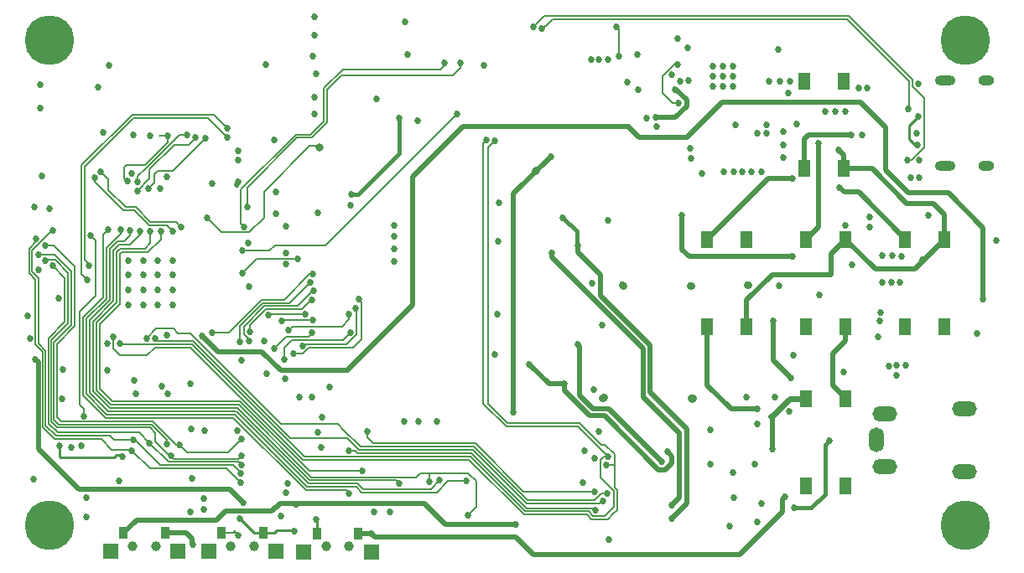
<source format=gtl>
%TF.GenerationSoftware,KiCad,Pcbnew,7.0.2-6a45011f42~172~ubuntu22.04.1*%
%TF.CreationDate,2023-05-03T22:42:28+03:00*%
%TF.ProjectId,mp3_test_board,6d70335f-7465-4737-945f-626f6172642e,rev?*%
%TF.SameCoordinates,Original*%
%TF.FileFunction,Copper,L1,Top*%
%TF.FilePolarity,Positive*%
%FSLAX46Y46*%
G04 Gerber Fmt 4.6, Leading zero omitted, Abs format (unit mm)*
G04 Created by KiCad (PCBNEW 7.0.2-6a45011f42~172~ubuntu22.04.1) date 2023-05-03 22:42:28*
%MOMM*%
%LPD*%
G01*
G04 APERTURE LIST*
%TA.AperFunction,ComponentPad*%
%ADD10C,1.000000*%
%TD*%
%TA.AperFunction,SMDPad,CuDef*%
%ADD11R,0.900000X1.200000*%
%TD*%
%TA.AperFunction,SMDPad,CuDef*%
%ADD12R,1.500000X1.500000*%
%TD*%
%TA.AperFunction,SMDPad,CuDef*%
%ADD13R,1.300000X1.800000*%
%TD*%
%TA.AperFunction,ComponentPad*%
%ADD14C,0.800000*%
%TD*%
%TA.AperFunction,ComponentPad*%
%ADD15C,5.000000*%
%TD*%
%TA.AperFunction,ComponentPad*%
%ADD16O,1.500000X2.500000*%
%TD*%
%TA.AperFunction,ComponentPad*%
%ADD17O,2.500000X1.500000*%
%TD*%
%TA.AperFunction,ComponentPad*%
%ADD18O,1.600000X1.000000*%
%TD*%
%TA.AperFunction,ComponentPad*%
%ADD19O,2.100000X1.000000*%
%TD*%
%TA.AperFunction,ViaPad*%
%ADD20C,0.685800*%
%TD*%
%TA.AperFunction,ViaPad*%
%ADD21C,0.800000*%
%TD*%
%TA.AperFunction,Conductor*%
%ADD22C,0.508000*%
%TD*%
%TA.AperFunction,Conductor*%
%ADD23C,0.127000*%
%TD*%
%TA.AperFunction,Conductor*%
%ADD24C,0.800000*%
%TD*%
%TA.AperFunction,Conductor*%
%ADD25C,0.250000*%
%TD*%
%TA.AperFunction,Conductor*%
%ADD26C,0.400000*%
%TD*%
%TA.AperFunction,Conductor*%
%ADD27C,0.600000*%
%TD*%
G04 APERTURE END LIST*
D10*
%TO.P,SW7,*%
%TO.N,*%
X110150000Y-97852500D03*
X107850000Y-97852500D03*
D11*
%TO.P,SW7,1,1*%
%TO.N,Net-(R7-Pad1)*%
X111100000Y-96552500D03*
%TO.P,SW7,2,2*%
%TO.N,GND*%
X106900000Y-96552500D03*
D12*
%TO.P,SW7,3*%
%TO.N,N/C*%
X112400000Y-98392500D03*
%TO.P,SW7,4*%
X105600000Y-98392500D03*
%TD*%
D13*
%TO.P,SW1,1,1*%
%TO.N,Net-(R10-Pad2)*%
X146300000Y-75600000D03*
%TO.P,SW1,2,2*%
X146300000Y-66800000D03*
%TO.P,SW1,3,K*%
%TO.N,GND*%
X150300000Y-75600000D03*
%TO.P,SW1,4,A*%
%TO.N,unconnected-(SW1-Pad4)*%
X150300000Y-66800000D03*
%TD*%
D10*
%TO.P,SW6,*%
%TO.N,*%
X100550000Y-97780000D03*
X98250000Y-97780000D03*
D11*
%TO.P,SW6,1,1*%
%TO.N,/SOC/KEYS*%
X101500000Y-96480000D03*
%TO.P,SW6,2,2*%
%TO.N,GND*%
X97300000Y-96480000D03*
D12*
%TO.P,SW6,3*%
%TO.N,N/C*%
X102800000Y-98320000D03*
%TO.P,SW6,4*%
X96000000Y-98320000D03*
%TD*%
D14*
%TO.P,H4,1*%
%TO.N,N/C*%
X170525000Y-46700000D03*
X171074175Y-45374175D03*
X171074175Y-48025825D03*
X172400000Y-44825000D03*
D15*
X172400000Y-46700000D03*
D14*
X172400000Y-48575000D03*
X173725825Y-45374175D03*
X173725825Y-48025825D03*
X174275000Y-46700000D03*
%TD*%
%TO.P,H2,1*%
%TO.N,N/C*%
X78025000Y-46700000D03*
X78574175Y-45374175D03*
X78574175Y-48025825D03*
X79900000Y-44825000D03*
D15*
X79900000Y-46700000D03*
D14*
X79900000Y-48575000D03*
X81225825Y-45374175D03*
X81225825Y-48025825D03*
X81775000Y-46700000D03*
%TD*%
%TO.P,H1,1*%
%TO.N,N/C*%
X78025000Y-95700000D03*
X78574175Y-94374175D03*
X78574175Y-97025825D03*
X79900000Y-93825000D03*
D15*
X79900000Y-95700000D03*
D14*
X79900000Y-97575000D03*
X81225825Y-94374175D03*
X81225825Y-97025825D03*
X81775000Y-95700000D03*
%TD*%
D13*
%TO.P,SW3,1,1*%
%TO.N,Net-(R10-Pad1)*%
X156300000Y-91700000D03*
%TO.P,SW3,2,2*%
X156300000Y-82900000D03*
%TO.P,SW3,3,K*%
%TO.N,GND*%
X160300000Y-91700000D03*
%TO.P,SW3,4,A*%
%TO.N,unconnected-(SW3-Pad4)*%
X160300000Y-82900000D03*
%TD*%
%TO.P,SW2,1,1*%
%TO.N,Net-(R12-Pad2)*%
X166300000Y-75600000D03*
%TO.P,SW2,2,2*%
X166300000Y-66800000D03*
%TO.P,SW2,3,K*%
%TO.N,GND*%
X170300000Y-75600000D03*
%TO.P,SW2,4,A*%
X170300000Y-66800000D03*
%TD*%
D10*
%TO.P,SW8,*%
%TO.N,*%
X90650000Y-97780000D03*
X88350000Y-97780000D03*
D11*
%TO.P,SW8,1,1*%
%TO.N,GND*%
X91600000Y-96480000D03*
%TO.P,SW8,2,2*%
%TO.N,Net-(D12-Pad1)*%
X87400000Y-96480000D03*
D12*
%TO.P,SW8,3*%
%TO.N,N/C*%
X92900000Y-98320000D03*
%TO.P,SW8,4*%
X86100000Y-98320000D03*
%TD*%
D14*
%TO.P,H3,1*%
%TO.N,N/C*%
X170525000Y-95700000D03*
X171074175Y-94374175D03*
X171074175Y-97025825D03*
X172400000Y-93825000D03*
D15*
X172400000Y-95700000D03*
D14*
X172400000Y-97575000D03*
X173725825Y-94374175D03*
X173725825Y-97025825D03*
X174275000Y-95700000D03*
%TD*%
D13*
%TO.P,SW4,1,1*%
%TO.N,Net-(R13-Pad2)*%
X156100000Y-59600000D03*
%TO.P,SW4,2,2*%
X156100000Y-50800000D03*
%TO.P,SW4,3,K*%
%TO.N,GND*%
X160100000Y-59600000D03*
%TO.P,SW4,4,A*%
X160100000Y-50800000D03*
%TD*%
%TO.P,SW5,1,1*%
%TO.N,Net-(R11-Pad2)*%
X156300000Y-75600000D03*
%TO.P,SW5,2,2*%
X156300000Y-66800000D03*
%TO.P,SW5,3,K*%
%TO.N,GND*%
X160300000Y-75600000D03*
%TO.P,SW5,4,A*%
X160300000Y-66800000D03*
%TD*%
D16*
%TO.P,J2,1,1*%
%TO.N,GND*%
X163395000Y-87100000D03*
D17*
%TO.P,J2,2,2*%
%TO.N,unconnected-(J2-Pad2)*%
X164295000Y-84450000D03*
%TO.P,J2,3,3*%
%TO.N,Net-(D10-Pad2)*%
X172295000Y-90300000D03*
X172295000Y-83900000D03*
%TO.P,J2,4,4*%
%TO.N,Net-(D9-Pad2)*%
X164295000Y-89750000D03*
%TD*%
D18*
%TO.P,P2,S1,SHIELD*%
%TO.N,GND*%
X174505000Y-50750000D03*
D19*
X170325000Y-50750000D03*
D18*
X174505000Y-59390000D03*
D19*
X170325000Y-59390000D03*
%TD*%
D20*
%TO.N,+3V3*%
X133961747Y-88173555D03*
X107042700Y-64123938D03*
X94301140Y-90939455D03*
X84800000Y-51400000D03*
X154722700Y-50803938D03*
X83641747Y-92880055D03*
X152550000Y-50800000D03*
X103721408Y-80873216D03*
X139260000Y-48100000D03*
X102800000Y-64200000D03*
X112946020Y-52603980D03*
X94190000Y-81420000D03*
X91780000Y-60500000D03*
X96371564Y-61171564D03*
X101862358Y-80364166D03*
X119011747Y-85198555D03*
X153689132Y-50800000D03*
X115741747Y-85189949D03*
X110363806Y-63391630D03*
X88461747Y-81043555D03*
X153689132Y-50800000D03*
X79905000Y-63695000D03*
X136425747Y-97171555D03*
X154533762Y-51995000D03*
X103806445Y-92393555D03*
%TO.N,GND*%
X151807700Y-93478938D03*
X87870000Y-70420000D03*
X117082700Y-54803938D03*
X90870000Y-68920000D03*
X95531747Y-94063555D03*
X98942700Y-58783938D03*
X103301747Y-94783555D03*
X79030000Y-53570000D03*
X79203364Y-60413938D03*
X148900000Y-49300000D03*
X164032700Y-71143938D03*
X83640000Y-94830000D03*
X78812700Y-69833938D03*
X81182900Y-82920000D03*
X88208280Y-60143328D03*
X153991747Y-55863555D03*
X163570000Y-76630000D03*
X148900000Y-50300000D03*
X94161747Y-94373555D03*
X167732462Y-58793700D03*
X114740000Y-68990000D03*
X134950400Y-88922876D03*
X90870000Y-73420000D03*
X151411747Y-85487555D03*
X154010000Y-57300000D03*
X98942700Y-57873938D03*
X138243761Y-50924999D03*
X173601638Y-76325000D03*
X83141747Y-87650555D03*
X175500000Y-66900000D03*
X106672700Y-44293938D03*
X114740000Y-66520000D03*
X150800000Y-60000000D03*
X77992327Y-76792387D03*
X137750000Y-71400421D03*
X112670000Y-94310000D03*
X106660000Y-54090000D03*
X151800000Y-60000000D03*
X114730000Y-67750000D03*
X90870000Y-70420000D03*
X167665900Y-51100000D03*
X161672700Y-51513938D03*
X162482700Y-51533938D03*
X135878600Y-82725370D03*
X165934700Y-68513938D03*
X87870000Y-71920000D03*
X135750000Y-75425000D03*
X149000000Y-60000000D03*
X148900000Y-51300000D03*
X92370000Y-73420000D03*
X92370000Y-70420000D03*
X164012700Y-68433938D03*
X116058762Y-48100000D03*
X164972700Y-71143938D03*
X146900000Y-49300000D03*
X124900000Y-78386638D03*
X165032700Y-68463938D03*
X160992700Y-69373938D03*
X105166842Y-82718650D03*
X88665115Y-82395115D03*
X106860000Y-50040000D03*
X87870000Y-68920000D03*
X146900000Y-51300000D03*
X106421747Y-82719150D03*
X114341747Y-94318555D03*
X103802700Y-69303938D03*
X90870000Y-71920000D03*
X91880000Y-82440000D03*
X79000000Y-51200000D03*
X160100500Y-80200000D03*
X123800000Y-49200000D03*
X103782700Y-65463938D03*
X102620000Y-56730000D03*
X103782700Y-68153938D03*
X77738032Y-74522857D03*
X147900000Y-51300000D03*
X92370000Y-71920000D03*
X144800000Y-82875000D03*
X155330000Y-55110000D03*
X153175000Y-82775000D03*
X168035500Y-68853938D03*
X106830000Y-95120000D03*
X146900000Y-50300000D03*
X139400000Y-51700000D03*
X78420000Y-63540000D03*
X125235000Y-66956238D03*
X99020000Y-96676555D03*
X168700000Y-64400000D03*
X106721747Y-46203555D03*
X87870000Y-73420000D03*
X108210000Y-81740000D03*
X135409747Y-86249555D03*
X89370000Y-70420000D03*
X162000000Y-56200000D03*
X86944149Y-91229149D03*
X151157747Y-89551555D03*
X150300000Y-82775000D03*
X135412700Y-48653938D03*
X149900000Y-60000000D03*
X133771747Y-91403555D03*
X153600000Y-71500000D03*
X165772700Y-71153938D03*
X159582700Y-57773938D03*
X148000000Y-60000000D03*
X147900000Y-49300000D03*
X82091747Y-87803555D03*
X143381747Y-46533555D03*
X101746200Y-49146200D03*
X106542700Y-48243938D03*
X136325000Y-64910000D03*
X94231747Y-85963555D03*
X78321747Y-91071745D03*
X85921400Y-49200000D03*
X89370000Y-73420000D03*
X115804381Y-44795619D03*
X95501747Y-92962400D03*
X147900000Y-50300000D03*
X136292700Y-48663938D03*
X151411747Y-95393555D03*
X85371747Y-56023555D03*
X101625371Y-77086891D03*
X103950000Y-91430000D03*
X114740000Y-65400000D03*
X117201747Y-85189949D03*
X134592700Y-48633938D03*
X146607700Y-89478938D03*
X150335000Y-71420000D03*
X107420000Y-84814155D03*
X94420000Y-97680000D03*
X163570000Y-76630000D03*
X89370000Y-68920000D03*
X85747828Y-77291808D03*
X154040967Y-58498576D03*
X106700000Y-52410000D03*
X144625000Y-71450000D03*
X102800000Y-62000000D03*
X89370000Y-71920000D03*
X92370000Y-68920000D03*
%TO.N,+1V8A*%
X99339147Y-79018736D03*
X85745602Y-80066863D03*
X91140719Y-61659100D03*
%TO.N,Net-(C5-Pad2)*%
X84467800Y-60592797D03*
X92388385Y-65976917D03*
%TO.N,Net-(C6-Pad2)*%
X85057836Y-59932782D03*
X93201747Y-65563555D03*
%TO.N,VBUS*%
X159252700Y-53873938D03*
X160242700Y-53873938D03*
X167472700Y-56093938D03*
X158232700Y-53893938D03*
X142764970Y-50111861D03*
%TO.N,+5VA*%
X157682100Y-72403600D03*
X148607700Y-95752276D03*
X162760000Y-65540000D03*
X134750000Y-71200000D03*
X163800000Y-74190000D03*
X149007700Y-92878938D03*
X154582700Y-84153938D03*
X146607700Y-86078938D03*
X163790000Y-75020000D03*
X134836200Y-82000000D03*
X148907700Y-90378938D03*
X162760000Y-64552141D03*
%TO.N,-5VA*%
X164651747Y-79583555D03*
X165452700Y-80523938D03*
X166402700Y-79553938D03*
X165472700Y-79533938D03*
X125154539Y-74382100D03*
X160290000Y-65350000D03*
X155050000Y-78550000D03*
X125300000Y-63075000D03*
%TO.N,Net-(C61-Pad1)*%
X141224102Y-55432536D03*
X143106209Y-51662961D03*
X140212700Y-54513938D03*
X141150000Y-54500000D03*
%TO.N,Net-(R53-Pad1)*%
X99400000Y-70200000D03*
X104972700Y-68753938D03*
%TO.N,VCC*%
X166902700Y-60563938D03*
X153512700Y-47633938D03*
X149182700Y-55203938D03*
X143627329Y-50783774D03*
X167702700Y-60563938D03*
X151411747Y-56093938D03*
X152312700Y-55233938D03*
X144439288Y-50765514D03*
X152302700Y-56053938D03*
%TO.N,/SOC/SDC_D1*%
X88430000Y-56220000D03*
%TO.N,/SOC/SDC_D0*%
X90103854Y-56365910D03*
%TO.N,/SOC/SDC_CLK*%
X91852700Y-56303938D03*
X87822731Y-60940267D03*
%TO.N,/SOC/SDC_CMD*%
X93830000Y-56250000D03*
X88856230Y-60965924D03*
%TO.N,/SOC/SDC_D3*%
X88777366Y-61901661D03*
X94685717Y-56476951D03*
%TO.N,/SOC/SDC_D2*%
X89907331Y-61628569D03*
X95687115Y-56621476D03*
%TO.N,Net-(D10-Pad2)*%
X155082700Y-93953938D03*
X158682700Y-87153938D03*
%TO.N,Net-(D12-Pad1)*%
X126771747Y-84243555D03*
D21*
X129010000Y-59870000D03*
D20*
X130556000Y-58420000D03*
X127025302Y-95610000D03*
X104840000Y-93550000D03*
%TO.N,/SOC/LCD_RS*%
X103603143Y-78948866D03*
X110353230Y-76186770D03*
%TO.N,/SOC/LCD_WR*%
X106463868Y-76258911D03*
X102610679Y-77859321D03*
%TO.N,/SOC/LCD_RD*%
X103410000Y-75040000D03*
X106530000Y-74990000D03*
%TO.N,/SOC/LCD_D3*%
X101991564Y-74478436D03*
X105736110Y-74384100D03*
%TO.N,/SOC/LCD_D4*%
X110193653Y-74382875D03*
X104090000Y-75950000D03*
%TO.N,/SOC/LCD_D5*%
X110860000Y-73800000D03*
X105470000Y-77575900D03*
%TO.N,/SOC/LCD_D6*%
X104530000Y-78380000D03*
X111140000Y-72830000D03*
%TO.N,/SOC/LCD_D7*%
X106440000Y-72950000D03*
X100150000Y-76170000D03*
%TO.N,/SOC/LCD_D10*%
X100038217Y-77048215D03*
X106640154Y-72022937D03*
%TO.N,/SOC/LCD_D11*%
X106240000Y-71130000D03*
X99160000Y-77160000D03*
%TO.N,/SOC/LCD_D12*%
X106539408Y-70296864D03*
X96391747Y-76213555D03*
%TO.N,Net-(P2-PadA7)*%
X167590000Y-57280000D03*
X167650000Y-54370000D03*
%TO.N,/SOC/LCD_PWM*%
X99430000Y-67950895D03*
X121100000Y-54100000D03*
%TO.N,/SOC/KEYS*%
X78497915Y-78910430D03*
X99517247Y-93383094D03*
X99110000Y-95030000D03*
X104630000Y-96280000D03*
%TO.N,/SOC/FLASH_SPI_CS*%
X122191747Y-94648555D03*
X118281747Y-91278555D03*
X90111747Y-65993555D03*
%TO.N,Net-(R7-Pad1)*%
X112438694Y-96552500D03*
X154205747Y-92853555D03*
%TO.N,Net-(R10-Pad1)*%
X152935747Y-88027555D03*
%TO.N,Net-(R10-Pad2)*%
X154915724Y-60640400D03*
X151411747Y-83963555D03*
%TO.N,Net-(R11-Pad2)*%
X157563266Y-57108938D03*
%TO.N,Net-(R12-Pad2)*%
X159720000Y-61564338D03*
%TO.N,/SOC/USB_DM*%
X128800000Y-45300000D03*
X97882700Y-55603938D03*
X83760000Y-70920000D03*
X166532700Y-58753938D03*
%TO.N,/SOC/USB_DP*%
X97882700Y-56489241D03*
X83888691Y-69420000D03*
X129667090Y-45478652D03*
X166596256Y-53603826D03*
%TO.N,Net-(C41-Pad1)*%
X142740400Y-93682876D03*
X130647130Y-68187206D03*
%TO.N,Net-(C42-Pad1)*%
X131950000Y-81400000D03*
X142340400Y-88282876D03*
X128350000Y-79400000D03*
%TO.N,Net-(C43-Pad1)*%
X133299500Y-77403938D03*
X141740400Y-89282876D03*
%TO.N,Net-(C44-Pad1)*%
X142790400Y-95032876D03*
X131750000Y-64600000D03*
X133291500Y-67400000D03*
%TO.N,Net-(C49-Pad2)*%
X154915456Y-68551764D03*
X143808191Y-64328447D03*
%TO.N,Net-(C51-Pad2)*%
X153000000Y-75000000D03*
X154800000Y-80800000D03*
%TO.N,/NewDAC/I2C_SCL*%
X137432700Y-48253938D03*
X137189927Y-45311165D03*
X124069069Y-56729083D03*
X136332700Y-88753938D03*
X86998311Y-77326991D03*
%TO.N,/NewDAC/I2C_SDIN*%
X144400000Y-47400000D03*
X136164573Y-89572143D03*
X86390691Y-76683129D03*
X124896874Y-56840750D03*
%TO.N,/Power/AUDIO_PWR_EN*%
X174200000Y-72800000D03*
X95361747Y-76563555D03*
%TO.N,DEBUG_UART_RX*%
X121400000Y-49000000D03*
X99880000Y-63540000D03*
%TO.N,DEBUG_UART_TX*%
X119800000Y-49000000D03*
X99569393Y-65544814D03*
%TO.N,/SOC/FLASH_SPI_MOSI*%
X89081747Y-65963555D03*
X115221747Y-91464455D03*
%TO.N,/NewDAC/I2S_MCLK*%
X134971564Y-92271564D03*
X112020000Y-86220000D03*
%TO.N,/SOC/FLASH_SPI_HOLD*%
X85821747Y-65803555D03*
X110181747Y-92445455D03*
%TO.N,/SOC/FLASH_SPI_WP*%
X87101747Y-65833555D03*
X122011747Y-91208555D03*
%TO.N,/SOC/FLASH_SPI_CLK*%
X111543100Y-90188555D03*
X91151747Y-65993555D03*
%TO.N,/NewDAC/I2S_LRCK*%
X110160000Y-88150000D03*
X135030000Y-94135900D03*
X91820959Y-76471537D03*
%TO.N,/NewDAC/I2S_BCLK*%
X136273997Y-92485338D03*
X89725481Y-76798038D03*
%TO.N,/NewDAC/I2S_DIN*%
X135780000Y-93220000D03*
X90611862Y-76798038D03*
%TO.N,/Power/IRQ*%
X143345000Y-49105900D03*
X143442322Y-53022870D03*
%TO.N,+1V8B*%
X100000000Y-67200000D03*
X98967745Y-60942861D03*
%TO.N,+0V9*%
X81260000Y-79920000D03*
X145800000Y-60100000D03*
X144600000Y-57600000D03*
X91255092Y-81637264D03*
X80884847Y-72793555D03*
X100050955Y-71605900D03*
X144662700Y-58613938D03*
%TO.N,/SOC/FLASH_SPI_MISO*%
X88061747Y-65903555D03*
X119331747Y-91148555D03*
%TO.N,/Power/PWR_KEY*%
X95866195Y-64657643D03*
D21*
X107190000Y-57500000D03*
D20*
%TO.N,Net-(C76-Pad2)*%
X80920000Y-87650555D03*
X87270000Y-88716555D03*
%TO.N,Net-(C60-Pad1)*%
X107321747Y-87798555D03*
X98899644Y-86090356D03*
%TO.N,/SOC/WIFI_SDIO_CMD*%
X90001747Y-87383555D03*
X80234638Y-69480871D03*
X99307816Y-89588936D03*
%TO.N,/SOC/WIFI_SDIO_D0*%
X92165183Y-88690119D03*
X79523906Y-68953025D03*
X99277281Y-88704160D03*
%TO.N,/SOC/WIFI_SDIO_CLK*%
X78791009Y-68347125D03*
X91817721Y-87485785D03*
%TO.N,/SOC/WIFI_SDIO_D1*%
X79513004Y-67426584D03*
X93051747Y-87543555D03*
X99287165Y-86963756D03*
%TO.N,/SOC/WIFI_SDIO_D2*%
X88391747Y-87063555D03*
X99206024Y-90468367D03*
X80260000Y-65920000D03*
%TO.N,/SOC/WIFI_SDIO_D3*%
X78584186Y-66744186D03*
X88261747Y-88143555D03*
X99191747Y-91353555D03*
%TO.N,Net-(L1-Pad1)*%
X95568398Y-86095896D03*
X107029180Y-86257655D03*
%TO.N,Net-(P1-Pad38)*%
X115254264Y-54575502D03*
X110372700Y-62283938D03*
%TO.N,Net-(R13-Pad2)*%
X160842700Y-56233938D03*
%TO.N,/SOC/WIFI_REG_ON*%
X83365698Y-84656655D03*
X84089420Y-66383555D03*
%TD*%
D22*
%TO.N,GND*%
X170300000Y-64300000D02*
X169150000Y-63150000D01*
D23*
X97300000Y-96480000D02*
X98823445Y-96480000D01*
D24*
X135803970Y-82800000D02*
X135878600Y-82725370D01*
X137750000Y-71400421D02*
X137750000Y-71420000D01*
D22*
X158796062Y-68303938D02*
X160300000Y-66800000D01*
X159032700Y-81553938D02*
X159032700Y-78303938D01*
X150300000Y-72936638D02*
X152869338Y-70367300D01*
X169150000Y-63150000D02*
X166500000Y-63150000D01*
X93720000Y-96480000D02*
X94280000Y-97040000D01*
X160300000Y-82821238D02*
X159032700Y-81553938D01*
D24*
X144725000Y-82800000D02*
X144800000Y-82875000D01*
D23*
X97300000Y-96480000D02*
X98465302Y-96480000D01*
D24*
X137750000Y-71420000D02*
X137840000Y-71510000D01*
X144715000Y-71480000D02*
X144685000Y-71450000D01*
X150475000Y-71400000D02*
X150455000Y-71420000D01*
D22*
X159032700Y-78303938D02*
X160300000Y-77036638D01*
D25*
X106900000Y-96552500D02*
X106900000Y-95190000D01*
D22*
X94280000Y-97040000D02*
X94280000Y-97540000D01*
X160300000Y-82900000D02*
X160300000Y-82821238D01*
D23*
X98823445Y-96480000D02*
X99020000Y-96676555D01*
D22*
X160300000Y-66800000D02*
X163303938Y-69803938D01*
X160300000Y-77036638D02*
X160300000Y-75600000D01*
X166500000Y-63150000D02*
X162950000Y-59600000D01*
X91600000Y-96480000D02*
X93720000Y-96480000D01*
X150300000Y-75600000D02*
X150300000Y-72936638D01*
X170300000Y-66800000D02*
X170300000Y-64300000D01*
X160100000Y-59600000D02*
X160100000Y-58291238D01*
D24*
X150455000Y-71420000D02*
X150335000Y-71420000D01*
X135750000Y-82800000D02*
X135803970Y-82800000D01*
D22*
X158796062Y-70367300D02*
X158796062Y-68303938D01*
X163303938Y-69803938D02*
X167296062Y-69803938D01*
X162950000Y-59600000D02*
X160100000Y-59600000D01*
X152869338Y-70367300D02*
X158796062Y-70367300D01*
X94280000Y-97540000D02*
X94420000Y-97680000D01*
D25*
X106900000Y-95190000D02*
X106830000Y-95120000D01*
D22*
X160100000Y-58291238D02*
X159582700Y-57773938D01*
D24*
X144800000Y-82875000D02*
X144875000Y-82800000D01*
D23*
X98465302Y-96480000D02*
X98741747Y-96203555D01*
D24*
X144685000Y-71450000D02*
X144625000Y-71450000D01*
D22*
X167296062Y-69803938D02*
X170300000Y-66800000D01*
D26*
%TO.N,+1V8A*%
X91090000Y-61540000D02*
X91140719Y-61590719D01*
X91140719Y-61590719D02*
X91140719Y-61659100D01*
D23*
%TO.N,Net-(C5-Pad2)*%
X87368762Y-63890000D02*
X88500000Y-63890000D01*
X89984089Y-65374089D02*
X91785557Y-65374089D01*
X91785557Y-65374089D02*
X92415579Y-66004111D01*
X88500000Y-63890000D02*
X89984089Y-65374089D01*
X84467800Y-60989038D02*
X87368762Y-63890000D01*
X84467800Y-60592797D02*
X84467800Y-60989038D01*
%TO.N,Net-(C6-Pad2)*%
X87641762Y-63563000D02*
X88635448Y-63563000D01*
X90120017Y-65047569D02*
X92682181Y-65047569D01*
X85057836Y-59932782D02*
X85882700Y-60757646D01*
X88635448Y-63563000D02*
X90120017Y-65047569D01*
X92682181Y-65047569D02*
X93160791Y-65526179D01*
X85882700Y-61803938D02*
X87641762Y-63563000D01*
X85882700Y-60757646D02*
X85882700Y-61803938D01*
X93160791Y-65526179D02*
X93164371Y-65526179D01*
X93164371Y-65526179D02*
X93201747Y-65563555D01*
D22*
%TO.N,Net-(C61-Pad1)*%
X144239222Y-52692783D02*
X144239222Y-53360778D01*
X143100000Y-54500000D02*
X141150000Y-54500000D01*
X144239222Y-53360778D02*
X143100000Y-54500000D01*
X143106209Y-51662961D02*
X143209400Y-51662961D01*
X143209400Y-51662961D02*
X144239222Y-52692783D01*
D23*
%TO.N,Net-(R53-Pad1)*%
X99400000Y-70200000D02*
X100846062Y-68753938D01*
X100846062Y-68753938D02*
X104972700Y-68753938D01*
%TO.N,/SOC/SDC_CLK*%
X91022700Y-56303938D02*
X91852700Y-56303938D01*
X89571747Y-59273555D02*
X87723083Y-59273555D01*
X91852700Y-56303938D02*
X91852700Y-56992602D01*
X87723083Y-59273555D02*
X87502700Y-59493938D01*
X91852700Y-56992602D02*
X89571747Y-59273555D01*
X87502700Y-59493938D02*
X87502700Y-60620236D01*
X87502700Y-60620236D02*
X87822731Y-60940267D01*
%TO.N,/SOC/SDC_CMD*%
X93036638Y-56250000D02*
X92179201Y-57107437D01*
X89686988Y-59600056D02*
X88856230Y-60430814D01*
X93830000Y-56250000D02*
X93036638Y-56250000D01*
X92179201Y-57127843D02*
X89706988Y-59600056D01*
X88856230Y-60430814D02*
X88856230Y-60965924D01*
X92179201Y-57107437D02*
X92179201Y-57127843D01*
X89706988Y-59600056D02*
X89686988Y-59600056D01*
%TO.N,/SOC/SDC_D3*%
X94460629Y-56476951D02*
X94685717Y-56476951D01*
X90018516Y-59750270D02*
X90018516Y-60660511D01*
X94023554Y-57263084D02*
X92505702Y-57263084D01*
X94685717Y-56476951D02*
X94685717Y-56600921D01*
X92505702Y-57263084D02*
X90018516Y-59750270D01*
X94685717Y-56600921D02*
X94023554Y-57263084D01*
X90018516Y-60660511D02*
X88777366Y-61901661D01*
%TO.N,/SOC/SDC_D2*%
X95687115Y-56621476D02*
X92404654Y-59903938D01*
X92404654Y-59903938D02*
X90832700Y-59903938D01*
X90482700Y-61053200D02*
X89907331Y-61628569D01*
X90832700Y-59903938D02*
X90482700Y-60253938D01*
X90482700Y-60253938D02*
X90482700Y-61053200D01*
D26*
%TO.N,Net-(D10-Pad2)*%
X158232700Y-92553938D02*
X156832700Y-93953938D01*
X156832700Y-93953938D02*
X155082700Y-93953938D01*
X158232700Y-87603938D02*
X158232700Y-92553938D01*
X158682700Y-87153938D02*
X158232700Y-87603938D01*
D22*
%TO.N,Net-(D12-Pad1)*%
X126780000Y-82171808D02*
X126780000Y-62196000D01*
X126771747Y-84243555D02*
X126771747Y-82180061D01*
X102386900Y-94233100D02*
X102760000Y-93860000D01*
X119898192Y-95610000D02*
X127025302Y-95610000D01*
X88709545Y-95170455D02*
X96769545Y-95170455D01*
X102801747Y-93893555D02*
X103198647Y-93496655D01*
X87400000Y-96480000D02*
X88709545Y-95170455D01*
X103198647Y-93496655D02*
X117784847Y-93496655D01*
X126780000Y-62196000D02*
X130556000Y-58420000D01*
X117784847Y-93496655D02*
X119898192Y-95610000D01*
X97706900Y-94233100D02*
X102386900Y-94233100D01*
X126771747Y-82180061D02*
X126780000Y-82171808D01*
X96769545Y-95170455D02*
X97706900Y-94233100D01*
D23*
%TO.N,/SOC/LCD_RS*%
X104390011Y-76969989D02*
X109570011Y-76969989D01*
X109570011Y-76969989D02*
X110353230Y-76186770D01*
X103603143Y-78948866D02*
X103603143Y-77756857D01*
X103603143Y-77756857D02*
X104390011Y-76969989D01*
%TO.N,/SOC/LCD_WR*%
X103826531Y-76643469D02*
X106079310Y-76643469D01*
X106079310Y-76643469D02*
X106463868Y-76258911D01*
X102610679Y-77859321D02*
X103826531Y-76643469D01*
%TO.N,/SOC/LCD_RD*%
X103410000Y-75040000D02*
X103460000Y-74990000D01*
X103460000Y-74990000D02*
X106530000Y-74990000D01*
%TO.N,/SOC/LCD_D3*%
X105736110Y-74384100D02*
X105720210Y-74400000D01*
X105720210Y-74400000D02*
X102070000Y-74400000D01*
X102070000Y-74400000D02*
X101991564Y-74478436D01*
%TO.N,/SOC/LCD_D4*%
X104450000Y-75590000D02*
X104090000Y-75950000D01*
X106279022Y-75595911D02*
X106273111Y-75590000D01*
X106273111Y-75590000D02*
X104450000Y-75590000D01*
X110193653Y-74876347D02*
X109474089Y-75595911D01*
X109474089Y-75595911D02*
X106279022Y-75595911D01*
X110193653Y-74382875D02*
X110193653Y-74876347D01*
%TO.N,/SOC/LCD_D5*%
X109876162Y-77450000D02*
X110909130Y-76417032D01*
X110909130Y-73849130D02*
X110860000Y-73800000D01*
X105470000Y-77575900D02*
X105595900Y-77450000D01*
X105595900Y-77450000D02*
X109876162Y-77450000D01*
X110909130Y-76417032D02*
X110909130Y-73849130D01*
%TO.N,/SOC/LCD_D6*%
X111465911Y-76894089D02*
X111465911Y-73155911D01*
X105523480Y-78380000D02*
X106126480Y-77777000D01*
X110583000Y-77777000D02*
X111465911Y-76894089D01*
X104530000Y-78380000D02*
X105523480Y-78380000D01*
X106126480Y-77777000D02*
X110583000Y-77777000D01*
X111465911Y-73155911D02*
X111140000Y-72830000D01*
%TO.N,/SOC/LCD_D7*%
X100150000Y-76170000D02*
X100150000Y-75463111D01*
X102242542Y-73872525D02*
X102260017Y-73890000D01*
X102260017Y-73890000D02*
X105373321Y-73890000D01*
X100150000Y-75463111D02*
X101740586Y-73872525D01*
X101740586Y-73872525D02*
X102242542Y-73872525D01*
X106313321Y-72950000D02*
X106440000Y-72950000D01*
X105373321Y-73890000D02*
X106313321Y-72950000D01*
%TO.N,/SOC/LCD_D10*%
X99544089Y-75605911D02*
X101603995Y-73546005D01*
X104987106Y-73546005D02*
X106510174Y-72022937D01*
X101603995Y-73546005D02*
X104987106Y-73546005D01*
X106510174Y-72022937D02*
X106640154Y-72022937D01*
X99544089Y-76420978D02*
X99544089Y-75605911D01*
X100038217Y-76915106D02*
X99544089Y-76420978D01*
X100038217Y-77048215D02*
X100038217Y-76915106D01*
%TO.N,/SOC/LCD_D11*%
X99160000Y-77160000D02*
X99160000Y-75528230D01*
X104150515Y-73219485D02*
X106240000Y-71130000D01*
X101468746Y-73219485D02*
X104150515Y-73219485D01*
X99160000Y-75528230D02*
X101468746Y-73219485D01*
%TO.N,/SOC/LCD_D12*%
X96391747Y-76213555D02*
X98012908Y-76213555D01*
X101333498Y-72892965D02*
X103620146Y-72892965D01*
X106216247Y-70296864D02*
X106539408Y-70296864D01*
X103620146Y-72892965D02*
X106216247Y-70296864D01*
X98012908Y-76213555D02*
X101333498Y-72892965D01*
D25*
%TO.N,Net-(P2-PadA7)*%
X166670000Y-56660000D02*
X166670000Y-55350000D01*
X166670000Y-55350000D02*
X167650000Y-54370000D01*
X167590000Y-57280000D02*
X167290000Y-57280000D01*
X167290000Y-57280000D02*
X166670000Y-56660000D01*
D23*
%TO.N,/SOC/LCD_PWM*%
X99430000Y-67950895D02*
X102135743Y-67950895D01*
X102682700Y-67403938D02*
X107796062Y-67403938D01*
X107796062Y-67403938D02*
X121100000Y-54100000D01*
X102135743Y-67950895D02*
X102682700Y-67403938D01*
D22*
%TO.N,/SOC/KEYS*%
X78800380Y-79212895D02*
X78800380Y-87970380D01*
X78497915Y-78910430D02*
X78800380Y-79212895D01*
D25*
X101500000Y-96480000D02*
X101500000Y-96089244D01*
X102645302Y-96480000D02*
X102901747Y-96223555D01*
X100560000Y-96480000D02*
X99110000Y-95030000D01*
X101500000Y-96480000D02*
X100560000Y-96480000D01*
X101500000Y-96480000D02*
X102645302Y-96480000D01*
D22*
X98160202Y-92026049D02*
X99517247Y-93383094D01*
X82856049Y-92026049D02*
X98160202Y-92026049D01*
D25*
X104573555Y-96223555D02*
X104630000Y-96280000D01*
X102901747Y-96223555D02*
X104573555Y-96223555D01*
D22*
X78800380Y-87970380D02*
X82856049Y-92026049D01*
D23*
%TO.N,/SOC/FLASH_SPI_CS*%
X118281747Y-91278555D02*
X118281747Y-90418253D01*
X117351747Y-90413555D02*
X118286445Y-90413555D01*
X118281747Y-90418253D02*
X118286445Y-90413555D01*
X106349507Y-90833555D02*
X116931747Y-90833555D01*
X116931747Y-90833555D02*
X117351747Y-90413555D01*
X122183555Y-90413555D02*
X123020000Y-91250000D01*
X86721747Y-73153555D02*
X84631747Y-75243555D01*
X86133107Y-83525555D02*
X99041507Y-83525555D01*
X84631747Y-82024195D02*
X86133107Y-83525555D01*
X84631747Y-75243555D02*
X84631747Y-82024195D01*
X90111747Y-67183555D02*
X89551747Y-67743555D01*
X123020000Y-93820302D02*
X122191747Y-94648555D01*
X90111747Y-65993555D02*
X90111747Y-67183555D01*
X89551747Y-67743555D02*
X87051747Y-67743555D01*
X87051747Y-67743555D02*
X86721747Y-68073555D01*
X86721747Y-68073555D02*
X86721747Y-73153555D01*
X118286445Y-90413555D02*
X122183555Y-90413555D01*
X123020000Y-91250000D02*
X123020000Y-93820302D01*
X99041507Y-83525555D02*
X106349507Y-90833555D01*
D22*
%TO.N,Net-(R7-Pad1)*%
X128805747Y-98695555D02*
X149633747Y-98695555D01*
X112803747Y-96917555D02*
X127027747Y-96917555D01*
X149633747Y-98695555D02*
X153951747Y-94377555D01*
X111100000Y-96552500D02*
X112438692Y-96552500D01*
X153951747Y-94377555D02*
X153951747Y-93107555D01*
X153951747Y-93107555D02*
X154205747Y-92853555D01*
X127027747Y-96917555D02*
X128805747Y-98695555D01*
X112438692Y-96552500D02*
X112803747Y-96917555D01*
X111100000Y-96229808D02*
X111100000Y-96552500D01*
%TO.N,Net-(R10-Pad1)*%
X152935747Y-84856985D02*
X152782700Y-84703938D01*
D27*
X152782700Y-84703938D02*
X152856062Y-84703938D01*
D22*
X152935747Y-88027555D02*
X152935747Y-84856985D01*
D27*
X154660000Y-82900000D02*
X156300000Y-82900000D01*
X155983938Y-91383938D02*
X156300000Y-91700000D01*
X152856062Y-84703938D02*
X154660000Y-82900000D01*
D22*
%TO.N,Net-(R10-Pad2)*%
X152459600Y-60640400D02*
X154915724Y-60640400D01*
X146300000Y-81521238D02*
X146300000Y-75600000D01*
X146300000Y-66800000D02*
X152459600Y-60640400D01*
X148742317Y-83963555D02*
X146300000Y-81521238D01*
D27*
X146300000Y-66236638D02*
X146300000Y-66800000D01*
D22*
X151411747Y-83963555D02*
X148742317Y-83963555D01*
%TO.N,Net-(R11-Pad2)*%
X156300000Y-66800000D02*
X157563266Y-65536734D01*
X157563266Y-65536734D02*
X157563266Y-57108938D01*
%TO.N,Net-(R12-Pad2)*%
X161631362Y-62032600D02*
X166300000Y-66701238D01*
X160188262Y-62032600D02*
X161631362Y-62032600D01*
X166300000Y-66701238D02*
X166300000Y-66800000D01*
X159720000Y-61564338D02*
X160188262Y-62032600D01*
D23*
%TO.N,/SOC/USB_DM*%
X83156520Y-59330118D02*
X88282700Y-54203938D01*
X129896062Y-44203938D02*
X128800000Y-45300000D01*
X168263000Y-52523000D02*
X167060000Y-51320000D01*
X160613938Y-44203938D02*
X129896062Y-44203938D01*
X97882700Y-55603938D02*
X97737250Y-55603938D01*
X167060000Y-51320000D02*
X167060000Y-50650000D01*
X96482700Y-54203938D02*
X97882700Y-55603938D01*
X83760000Y-70920000D02*
X83156520Y-70316520D01*
X83156520Y-70316520D02*
X83156520Y-59330118D01*
X88282700Y-54203938D02*
X96482700Y-54203938D01*
X166532700Y-58753938D02*
X166986062Y-58753938D01*
X166986062Y-58753938D02*
X168263000Y-57477000D01*
X168263000Y-57477000D02*
X168263000Y-52523000D01*
X167060000Y-50650000D02*
X160613938Y-44203938D01*
%TO.N,/SOC/USB_DP*%
X166733480Y-50785250D02*
X166733480Y-53466602D01*
X160479168Y-44530938D02*
X166733480Y-50785250D01*
X83888691Y-69238691D02*
X83483520Y-68833520D01*
X83483520Y-59465566D02*
X88418148Y-54530938D01*
X129667090Y-45478652D02*
X129946490Y-45199252D01*
X166733480Y-53466602D02*
X166596256Y-53603826D01*
X129946490Y-45199252D02*
X130053718Y-45199252D01*
X83483520Y-68833520D02*
X83483520Y-59465566D01*
X88418148Y-54530938D02*
X95924397Y-54530938D01*
X130722032Y-44530938D02*
X160479168Y-44530938D01*
X83888691Y-69420000D02*
X83888691Y-69238691D01*
X95924397Y-54530938D02*
X97882700Y-56489241D01*
X130053718Y-45199252D02*
X130722032Y-44530938D01*
D22*
%TO.N,Net-(C41-Pad1)*%
X130647130Y-68187206D02*
X130647130Y-68638368D01*
X130647130Y-68638368D02*
X139832700Y-77823938D01*
X139832700Y-77823938D02*
X139832700Y-82762700D01*
X143488000Y-86418000D02*
X143488000Y-92935276D01*
X143488000Y-92935276D02*
X142740400Y-93682876D01*
X139832700Y-82762700D02*
X143488000Y-86418000D01*
%TO.N,Net-(C42-Pad1)*%
X142780000Y-89400000D02*
X142780000Y-88722476D01*
X142780000Y-88722476D02*
X142340400Y-88282876D01*
X131950000Y-81400000D02*
X131950000Y-82082501D01*
X141410313Y-90079776D02*
X142100224Y-90079776D01*
X130350000Y-81400000D02*
X128350000Y-79400000D01*
X142100224Y-90079776D02*
X142780000Y-89400000D01*
X131950000Y-81400000D02*
X130350000Y-81400000D01*
X135948537Y-84618000D02*
X141410313Y-90079776D01*
X131950000Y-82082501D02*
X134485499Y-84618000D01*
X134485499Y-84618000D02*
X135948537Y-84618000D01*
%TO.N,Net-(C43-Pad1)*%
X136367524Y-83910000D02*
X141740400Y-89282876D01*
X133472700Y-77577138D02*
X133472700Y-82603938D01*
X133472700Y-82603938D02*
X134778762Y-83910000D01*
X134778762Y-83910000D02*
X136367524Y-83910000D01*
X133299500Y-77403938D02*
X133472700Y-77577138D01*
%TO.N,Net-(C44-Pad1)*%
X135546900Y-70343900D02*
X135546900Y-72536875D01*
X140540700Y-77530675D02*
X140540700Y-82230700D01*
X135546900Y-72536875D02*
X140540700Y-77530675D01*
D23*
X133291500Y-67400000D02*
X133150000Y-67258500D01*
D26*
X133150000Y-67258500D02*
X133150000Y-66000000D01*
D22*
X133291500Y-68088500D02*
X135546900Y-70343900D01*
X144310000Y-86000000D02*
X144310000Y-93513276D01*
X140540700Y-82230700D02*
X144310000Y-86000000D01*
D26*
X133150000Y-66000000D02*
X131750000Y-64600000D01*
D22*
X133291500Y-67400000D02*
X133291500Y-68088500D01*
X144310000Y-93513276D02*
X142790400Y-95032876D01*
%TO.N,Net-(C49-Pad2)*%
X143808191Y-64328447D02*
X143808191Y-67808191D01*
X144551764Y-68551764D02*
X154915456Y-68551764D01*
X143808191Y-67808191D02*
X144551764Y-68551764D01*
%TO.N,Net-(C51-Pad2)*%
X153000000Y-79000000D02*
X154800000Y-80800000D01*
X153000000Y-75000000D02*
X153000000Y-79000000D01*
D23*
%TO.N,/NewDAC/I2C_SCL*%
X122418104Y-88743000D02*
X127972104Y-94297000D01*
X135987700Y-94742300D02*
X136880397Y-93849603D01*
X127972104Y-94297000D02*
X134333520Y-94297000D01*
X126040000Y-85720000D02*
X133298762Y-85720000D01*
X124069069Y-56729083D02*
X123732700Y-57065452D01*
X135527231Y-89112769D02*
X135886062Y-88753938D01*
X123732700Y-57065452D02*
X123732700Y-83412700D01*
X135540000Y-90600000D02*
X135527231Y-90587231D01*
X124069069Y-56729083D02*
X124057286Y-56717300D01*
X123732700Y-83412700D02*
X126040000Y-85720000D01*
X134778820Y-94742300D02*
X135987700Y-94742300D01*
X137432700Y-45553938D02*
X137189927Y-45311165D01*
X135886062Y-88753938D02*
X136332700Y-88753938D01*
X137432700Y-48253938D02*
X137432700Y-45553938D01*
X136880397Y-92234158D02*
X135540000Y-90893761D01*
X87075258Y-77403938D02*
X94307234Y-77403938D01*
X136880397Y-93849603D02*
X136880397Y-92234158D01*
X133298762Y-85720000D02*
X136332700Y-88753938D01*
X134333520Y-94297000D02*
X134778820Y-94742300D01*
X135527231Y-90587231D02*
X135527231Y-89112769D01*
X94307234Y-77403938D02*
X105646296Y-88743000D01*
X135540000Y-90893761D02*
X135540000Y-90600000D01*
X86998311Y-77326991D02*
X87075258Y-77403938D01*
X105646296Y-88743000D02*
X122418104Y-88743000D01*
%TO.N,/NewDAC/I2C_SDIN*%
X136960000Y-89600000D02*
X136960000Y-91851313D01*
X136960000Y-91851313D02*
X137207397Y-92098710D01*
X122282656Y-89070000D02*
X127836656Y-94624000D01*
X86353728Y-77789990D02*
X87057293Y-78493555D01*
X127836656Y-94624000D02*
X134198072Y-94624000D01*
X134643372Y-95069300D02*
X136290700Y-95069300D01*
X126175448Y-85393000D02*
X133434210Y-85393000D01*
X136192430Y-89600000D02*
X136960000Y-89600000D01*
X134198072Y-94624000D02*
X134643372Y-95069300D01*
X135615605Y-87574395D02*
X136010737Y-87574395D01*
X136290700Y-95069300D02*
X136830000Y-94530000D01*
X124206000Y-83423552D02*
X126175448Y-85393000D01*
X94171786Y-77730938D02*
X105510848Y-89070000D01*
X124206000Y-57531624D02*
X124206000Y-83423552D01*
X136010737Y-87574395D02*
X136960000Y-88523658D01*
X137207397Y-94152603D02*
X136770000Y-94590000D01*
X105510848Y-89070000D02*
X122282656Y-89070000D01*
X86390691Y-76683129D02*
X86353728Y-76720092D01*
X133434210Y-85393000D02*
X135615605Y-87574395D01*
X90554364Y-77730938D02*
X94171786Y-77730938D01*
X86353728Y-76720092D02*
X86353728Y-77789990D01*
X89791747Y-78493555D02*
X90554364Y-77730938D01*
X136960000Y-88523658D02*
X136960000Y-89600000D01*
X137207397Y-92098710D02*
X137207397Y-94152603D01*
X124896874Y-56840750D02*
X124206000Y-57531624D01*
X136164573Y-89572143D02*
X136192430Y-89600000D01*
X87057293Y-78493555D02*
X89791747Y-78493555D01*
D22*
%TO.N,/Power/AUDIO_PWR_EN*%
X116586000Y-73406000D02*
X116586000Y-60452000D01*
X96928279Y-78130087D02*
X101353100Y-78130087D01*
X116586000Y-60452000D02*
X121666000Y-55372000D01*
X166651747Y-62119555D02*
X164365747Y-59833555D01*
X101353100Y-78130087D02*
X103276568Y-80053555D01*
X138314192Y-55372000D02*
X138430000Y-55372000D01*
X161825747Y-52975555D02*
X147855747Y-52975555D01*
X174200000Y-65603808D02*
X170715747Y-62119555D01*
X164365747Y-59833555D02*
X164365747Y-55515555D01*
X147855747Y-52975555D02*
X144299747Y-56531555D01*
X110081747Y-79993555D02*
X110081747Y-79910253D01*
X164365747Y-55515555D02*
X161825747Y-52975555D01*
X103276568Y-80053555D02*
X110021747Y-80053555D01*
X170715747Y-62119555D02*
X166651747Y-62119555D01*
X144299747Y-56531555D02*
X139473747Y-56531555D01*
X139473747Y-56531555D02*
X138314192Y-55372000D01*
X110021747Y-80053555D02*
X110081747Y-79993555D01*
X174200000Y-72800000D02*
X174200000Y-65603808D01*
X95361747Y-76563555D02*
X96928279Y-78130087D01*
X121666000Y-55372000D02*
X138314192Y-55372000D01*
X110081747Y-79910253D02*
X116586000Y-73406000D01*
D23*
%TO.N,DEBUG_UART_RX*%
X104929771Y-56538204D02*
X99880000Y-61587975D01*
X107953400Y-51659048D02*
X107953400Y-54996600D01*
X107953400Y-54996600D02*
X106411796Y-56538204D01*
X106411796Y-56538204D02*
X104929771Y-56538204D01*
X121400000Y-49459302D02*
X120659302Y-50200000D01*
X121400000Y-49000000D02*
X121400000Y-49459302D01*
X109412448Y-50200000D02*
X107953400Y-51659048D01*
X99880000Y-61587975D02*
X99880000Y-63540000D01*
X120659302Y-50200000D02*
X109412448Y-50200000D01*
%TO.N,DEBUG_UART_TX*%
X99274089Y-65249510D02*
X99569393Y-65544814D01*
X109550000Y-49600000D02*
X107626400Y-51523600D01*
X119800000Y-49000000D02*
X119800000Y-49196770D01*
X107626400Y-54861152D02*
X106276348Y-56211204D01*
X107626400Y-51523600D02*
X107626400Y-54861152D01*
X119800000Y-49196770D02*
X119396770Y-49600000D01*
X104794323Y-56211204D02*
X99274089Y-61731438D01*
X119396770Y-49600000D02*
X109550000Y-49600000D01*
X106276348Y-56211204D02*
X104794323Y-56211204D01*
X99274089Y-61731438D02*
X99274089Y-65249510D01*
%TO.N,/SOC/FLASH_SPI_MOSI*%
X84301747Y-75083555D02*
X84301747Y-82156643D01*
X86351747Y-73033555D02*
X84301747Y-75083555D01*
X86351747Y-67923555D02*
X86351747Y-73033555D01*
X84301747Y-82156643D02*
X85997659Y-83852555D01*
X111171747Y-91163555D02*
X111174747Y-91160555D01*
X89081747Y-66343555D02*
X88091747Y-67333555D01*
X114917847Y-91160555D02*
X115221747Y-91464455D01*
X86941747Y-67333555D02*
X86351747Y-67923555D01*
X85997659Y-83852555D02*
X98906059Y-83852555D01*
X106214059Y-91160555D02*
X111311747Y-91160555D01*
X111174747Y-91160555D02*
X114917847Y-91160555D01*
X88091747Y-67333555D02*
X86941747Y-67333555D01*
X89081747Y-65963555D02*
X89081747Y-66343555D01*
X98906059Y-83852555D02*
X106214059Y-91160555D01*
%TO.N,/NewDAC/I2S_MCLK*%
X112020000Y-86821808D02*
X112614192Y-87416000D01*
X122940896Y-87416000D02*
X127796460Y-92271564D01*
X127796460Y-92271564D02*
X134971564Y-92271564D01*
X112020000Y-86220000D02*
X112020000Y-86821808D01*
X112614192Y-87416000D02*
X122940896Y-87416000D01*
%TO.N,/SOC/FLASH_SPI_HOLD*%
X98499715Y-84833555D02*
X105807715Y-92141555D01*
X85337299Y-66288003D02*
X85337299Y-72660659D01*
X83320747Y-74677211D02*
X83320747Y-82562987D01*
X85821747Y-65803555D02*
X85337299Y-66288003D01*
X83320747Y-82562987D02*
X85591315Y-84833555D01*
X105807715Y-92141555D02*
X109877847Y-92141555D01*
X85337299Y-72660659D02*
X83320747Y-74677211D01*
X85591315Y-84833555D02*
X98499715Y-84833555D01*
X109877847Y-92141555D02*
X110181747Y-92445455D01*
%TO.N,/SOC/FLASH_SPI_WP*%
X110897851Y-91814555D02*
X105943163Y-91814555D01*
X120175302Y-91250000D02*
X119052447Y-92372855D01*
X121970302Y-91250000D02*
X120175302Y-91250000D01*
X83647747Y-74812659D02*
X85664299Y-72796107D01*
X85726763Y-84506555D02*
X83647747Y-82427539D01*
X111456151Y-92372855D02*
X110897851Y-91814555D01*
X87101747Y-66248659D02*
X87101747Y-65833555D01*
X85664299Y-67686107D02*
X87101747Y-66248659D01*
X119052447Y-92372855D02*
X111456151Y-92372855D01*
X122011747Y-91208555D02*
X121970302Y-91250000D01*
X105943163Y-91814555D02*
X98635163Y-84506555D01*
X83647747Y-82427539D02*
X83647747Y-74812659D01*
X85664299Y-72796107D02*
X85664299Y-67686107D01*
X98635163Y-84506555D02*
X85726763Y-84506555D01*
%TO.N,/SOC/FLASH_SPI_CLK*%
X87081747Y-68283555D02*
X87241747Y-68123555D01*
X89821747Y-68123555D02*
X91151747Y-66793555D01*
X99176955Y-83198555D02*
X86268555Y-83198555D01*
X86268555Y-83198555D02*
X84971747Y-81901747D01*
X87081747Y-73303555D02*
X87081747Y-68283555D01*
X84971747Y-75413555D02*
X87081747Y-73303555D01*
X106166955Y-90188555D02*
X99176955Y-83198555D01*
X87241747Y-68123555D02*
X89821747Y-68123555D01*
X111543100Y-90188555D02*
X106166955Y-90188555D01*
X91151747Y-66793555D02*
X91151747Y-65993555D01*
X84971747Y-81901747D02*
X84971747Y-75413555D01*
%TO.N,/NewDAC/I2S_LRCK*%
X128107552Y-93970000D02*
X134864100Y-93970000D01*
X110991648Y-88358352D02*
X111030296Y-88397000D01*
X134864100Y-93970000D02*
X135030000Y-94135900D01*
X111030296Y-88397000D02*
X122534552Y-88397000D01*
X122534552Y-88397000D02*
X128107552Y-93970000D01*
X110783296Y-88150000D02*
X110991648Y-88358352D01*
X110160000Y-88150000D02*
X110783296Y-88150000D01*
%TO.N,/NewDAC/I2S_BCLK*%
X128202448Y-93140000D02*
X122805448Y-87743000D01*
X103305347Y-85477155D02*
X94148147Y-76319955D01*
X94148147Y-76319955D02*
X92923259Y-76319955D01*
X134960000Y-93140000D02*
X128202448Y-93140000D01*
X109035347Y-85477155D02*
X103305347Y-85477155D01*
X135614662Y-92485338D02*
X134960000Y-93140000D01*
X92426859Y-75823555D02*
X90699964Y-75823555D01*
X136273997Y-92485338D02*
X135614662Y-92485338D01*
X92923259Y-76319955D02*
X92426859Y-75823555D01*
X109591747Y-86033555D02*
X109035347Y-85477155D01*
X111301192Y-87743000D02*
X112272302Y-87743000D01*
X112272302Y-87743000D02*
X112281747Y-87733555D01*
X112272302Y-87743000D02*
X112605448Y-87743000D01*
X90699964Y-75823555D02*
X89725481Y-76798038D01*
X122805448Y-87743000D02*
X112605448Y-87743000D01*
X109591747Y-86033555D02*
X111301192Y-87743000D01*
%TO.N,/NewDAC/I2S_DIN*%
X111165744Y-88070000D02*
X122670000Y-88070000D01*
X135470000Y-93530000D02*
X135780000Y-93220000D01*
X122670000Y-88070000D02*
X128130000Y-93530000D01*
X128130000Y-93530000D02*
X135470000Y-93530000D01*
X109959299Y-86863555D02*
X111165744Y-88070000D01*
X90611862Y-76798038D02*
X90891261Y-77077437D01*
X94443181Y-77077437D02*
X104229299Y-86863555D01*
X90891261Y-77077437D02*
X94443181Y-77077437D01*
X104229299Y-86863555D02*
X109959299Y-86863555D01*
%TO.N,/Power/IRQ*%
X141800000Y-52000000D02*
X141800000Y-50350000D01*
X142822870Y-53022870D02*
X141800000Y-52000000D01*
X143442322Y-53022870D02*
X142822870Y-53022870D01*
X141800000Y-50350000D02*
X143194550Y-48955450D01*
X143194550Y-48955450D02*
X143345000Y-49105900D01*
D26*
%TO.N,+1V8B*%
X98811069Y-61331069D02*
X98740000Y-61260000D01*
D23*
%TO.N,/SOC/FLASH_SPI_MISO*%
X106078611Y-91487555D02*
X111033299Y-91487555D01*
X111591599Y-92045855D02*
X118434447Y-92045855D01*
X83974747Y-74948107D02*
X83974747Y-82292091D01*
X98770611Y-84179555D02*
X106078611Y-91487555D01*
X86024747Y-72898107D02*
X83974747Y-74948107D01*
X85970000Y-84179555D02*
X98750000Y-84179555D01*
X118434447Y-92045855D02*
X119331747Y-91148555D01*
X111033299Y-91487555D02*
X111591599Y-92045855D01*
X83974747Y-82292091D02*
X85862211Y-84179555D01*
X86806299Y-67006555D02*
X86024747Y-67788107D01*
X87428747Y-67006555D02*
X86806299Y-67006555D01*
X88061747Y-66373555D02*
X87428747Y-67006555D01*
X88061747Y-65903555D02*
X88061747Y-66373555D01*
X85862211Y-84179555D02*
X85970000Y-84179555D01*
X86024747Y-67788107D02*
X86024747Y-72898107D01*
%TO.N,/Power/PWR_KEY*%
X101570000Y-62020000D02*
X106210000Y-57380000D01*
X101570000Y-64650000D02*
X101570000Y-62020000D01*
X107140000Y-57380000D02*
X107190000Y-57430000D01*
X107190000Y-57430000D02*
X107190000Y-57500000D01*
X100119275Y-66100725D02*
X101570000Y-64650000D01*
X106210000Y-57380000D02*
X107140000Y-57380000D01*
X95866195Y-64657643D02*
X97309277Y-66100725D01*
X97309277Y-66100725D02*
X100119275Y-66100725D01*
D25*
%TO.N,Net-(C76-Pad2)*%
X87270000Y-88620000D02*
X87270000Y-88716555D01*
X86660000Y-88620000D02*
X87270000Y-88620000D01*
X80920000Y-87650555D02*
X80920000Y-88750000D01*
X86430000Y-88850000D02*
X86660000Y-88620000D01*
X81020000Y-88850000D02*
X86430000Y-88850000D01*
X80920000Y-88750000D02*
X81020000Y-88850000D01*
D23*
%TO.N,/SOC/WIFI_SDIO_CMD*%
X91914711Y-89296519D02*
X99015399Y-89296519D01*
X81490747Y-70736980D02*
X81490747Y-75160443D01*
X79820440Y-85414144D02*
X80739851Y-86333555D01*
X79820440Y-76830750D02*
X79820440Y-85414144D01*
X99015399Y-89296519D02*
X99307816Y-89588936D01*
X81490747Y-75160443D02*
X79820440Y-76830750D01*
X88951747Y-86333555D02*
X90001747Y-87383555D01*
X80234638Y-69480871D02*
X81490747Y-70736980D01*
X80739851Y-86333555D02*
X88951747Y-86333555D01*
X90001747Y-87383555D02*
X91914711Y-89296519D01*
%TO.N,/SOC/WIFI_SDIO_D0*%
X90620000Y-87250000D02*
X92060119Y-88690119D01*
X80096960Y-77016678D02*
X80096960Y-85228216D01*
X81817747Y-75295891D02*
X80096960Y-77016678D01*
X79602460Y-68874471D02*
X80493233Y-68874471D01*
X92444583Y-88969519D02*
X99011922Y-88969519D01*
X80096960Y-85228216D02*
X80698800Y-85830056D01*
X90620000Y-86355380D02*
X90620000Y-87250000D01*
X80698800Y-85830056D02*
X90094676Y-85830056D01*
X92165183Y-88690119D02*
X92444583Y-88969519D01*
X81817747Y-70198985D02*
X81817747Y-75295891D01*
X79523906Y-68953025D02*
X79602460Y-68874471D01*
X92060119Y-88690119D02*
X92165183Y-88690119D01*
X80493233Y-68874471D02*
X81817747Y-70198985D01*
X99011922Y-88969519D02*
X99277281Y-88704160D01*
X90094676Y-85830056D02*
X90620000Y-86355380D01*
%TO.N,/SOC/WIFI_SDIO_CLK*%
X82144747Y-70063537D02*
X82144747Y-75431339D01*
X78791009Y-68347125D02*
X78804196Y-68333938D01*
X90230124Y-85503056D02*
X91817721Y-87090653D01*
X80373480Y-85042288D02*
X80834248Y-85503056D01*
X80373480Y-77202606D02*
X80373480Y-85042288D01*
X78804196Y-68333938D02*
X80415148Y-68333938D01*
X80834248Y-85503056D02*
X90230124Y-85503056D01*
X82144747Y-75431339D02*
X80373480Y-77202606D01*
X91817721Y-87090653D02*
X91817721Y-87485785D01*
X80415148Y-68333938D02*
X82144747Y-70063537D01*
%TO.N,/SOC/WIFI_SDIO_D1*%
X79513004Y-67426584D02*
X80355346Y-67426584D01*
X87363853Y-85189555D02*
X87377352Y-85176056D01*
X93051747Y-87543555D02*
X93823711Y-88315519D01*
X97935402Y-88315519D02*
X99287165Y-86963756D01*
X81077747Y-85189555D02*
X87363853Y-85189555D01*
X87377352Y-85176056D02*
X90365572Y-85176056D01*
X82471747Y-75566787D02*
X80650000Y-77388534D01*
X93823711Y-88315519D02*
X97935402Y-88315519D01*
X82471747Y-69542985D02*
X82471747Y-75566787D01*
X90365572Y-85176056D02*
X92733071Y-87543555D01*
X80650000Y-84761808D02*
X81077747Y-85189555D01*
X80650000Y-77388534D02*
X80650000Y-84761808D01*
X80355346Y-67426584D02*
X82471747Y-69542985D01*
X92733071Y-87543555D02*
X93051747Y-87543555D01*
%TO.N,/SOC/WIFI_SDIO_D2*%
X98463519Y-89623519D02*
X98483519Y-89623519D01*
X90068311Y-88600119D02*
X90115183Y-88600119D01*
X79543920Y-85600072D02*
X80604403Y-86660555D01*
X88578619Y-87063555D02*
X90115183Y-88600119D01*
X80604403Y-86660555D02*
X86028747Y-86660555D01*
X78184609Y-70063427D02*
X78801747Y-70680565D01*
X97280000Y-89623519D02*
X98463519Y-89623519D01*
X88391747Y-87063555D02*
X88578619Y-87063555D01*
X79543920Y-78064616D02*
X79543920Y-85600072D01*
X98463519Y-89623519D02*
X99206024Y-90366024D01*
X78801747Y-77322443D02*
X79543920Y-78064616D01*
X90115183Y-88600119D02*
X91138583Y-89623519D01*
X91138583Y-89623519D02*
X97280000Y-89623519D01*
X78184609Y-67897399D02*
X78184609Y-70063427D01*
X86028747Y-86660555D02*
X86431747Y-87063555D01*
X80162008Y-65920000D02*
X78184609Y-67897399D01*
X78801747Y-70680565D02*
X78801747Y-77322443D01*
X86431747Y-87063555D02*
X88391747Y-87063555D01*
X99206024Y-90366024D02*
X99206024Y-90468367D01*
X80260000Y-65920000D02*
X80162008Y-65920000D01*
%TO.N,/SOC/WIFI_SDIO_D3*%
X78584186Y-66744186D02*
X78584186Y-67035374D01*
X85145747Y-86987555D02*
X86211747Y-88053555D01*
X97788711Y-89950519D02*
X99191747Y-91353555D01*
X88261747Y-88143555D02*
X90068711Y-89950519D01*
X79267400Y-85786000D02*
X80468955Y-86987555D01*
X88171747Y-88053555D02*
X88261747Y-88143555D01*
X77857609Y-67761951D02*
X77857609Y-70198875D01*
X80468955Y-86987555D02*
X85145747Y-86987555D01*
X78525227Y-77436981D02*
X79267400Y-78179154D01*
X78584186Y-67035374D02*
X77857609Y-67761951D01*
X90068711Y-89950519D02*
X97788711Y-89950519D01*
X86211747Y-88053555D02*
X88171747Y-88053555D01*
X78525227Y-70866493D02*
X78525227Y-77436981D01*
X79267400Y-78179154D02*
X79267400Y-85786000D01*
X77857609Y-70198875D02*
X78525227Y-70866493D01*
D27*
%TO.N,unconnected-(SW1-Pad4)*%
X150300000Y-66800000D02*
X150300000Y-66200000D01*
D26*
%TO.N,Net-(P1-Pad38)*%
X115254264Y-54575502D02*
X115254264Y-58091038D01*
X111061364Y-62283938D02*
X110372700Y-62283938D01*
X115254264Y-58091038D02*
X111061364Y-62283938D01*
D22*
%TO.N,Net-(R13-Pad2)*%
X156552700Y-56233938D02*
X160842700Y-56233938D01*
X156100000Y-56686638D02*
X156552700Y-56233938D01*
X156100000Y-59600000D02*
X156100000Y-56686638D01*
D23*
%TO.N,/SOC/WIFI_REG_ON*%
X84622911Y-72482391D02*
X84622911Y-66917046D01*
X83365698Y-84656655D02*
X83365698Y-83905698D01*
X82993747Y-83533747D02*
X82993747Y-74111555D01*
X84622911Y-66917046D02*
X84089420Y-66383555D01*
X82993747Y-74111555D02*
X84622911Y-72482391D01*
X83365698Y-83905698D02*
X82993747Y-83533747D01*
%TD*%
M02*

</source>
